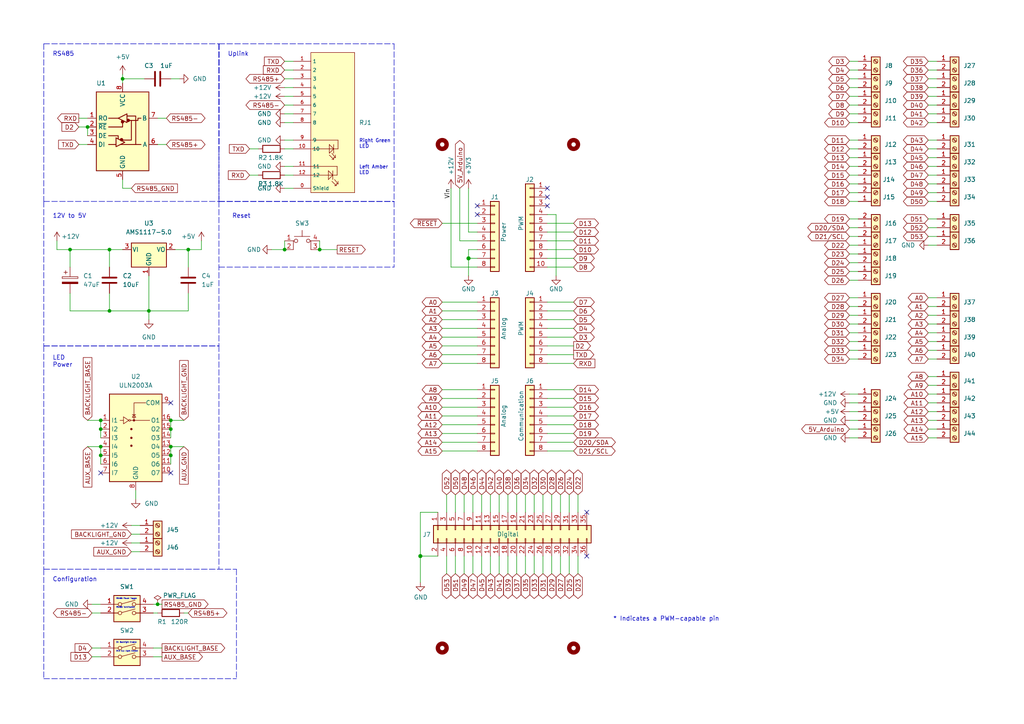
<source format=kicad_sch>
(kicad_sch (version 20211123) (generator eeschema)
  (paper "A4")
  (title_block (date "mar. 31 mars 2015"))
  (junction (at 31.75 72.39))
  (junction (at 29.21 132.08))
  (junction (at 121.92 161.29) (diameter 1.016))
  (junction (at 45.72 175.26))
  (junction (at 29.21 124.46))
  (junction (at 135.89 74.93) (diameter 1.016))
  (junction (at 49.53 129.54))
  (junction (at 25.4 36.83))
  (junction (at 49.53 132.08))
  (junction (at 49.53 124.46))
  (junction (at 29.21 121.92))
  (junction (at 29.21 129.54))
  (junction (at 82.55 72.39))
  (junction (at 49.53 121.92))
  (junction (at 54.61 72.39))
  (junction (at 43.18 90.17))
  (junction (at 92.71 72.39))
  (junction (at 35.56 22.86))
  (junction (at 31.75 90.17))
  (junction (at 20.32 72.39))
  (no_connect (at 49.53 116.84))
  (no_connect (at 158.75 59.69))
  (no_connect (at 170.18 148.59))
  (no_connect (at 170.18 161.29))
  (no_connect (at 158.75 54.61))
  (no_connect (at 138.43 62.23))
  (no_connect (at 49.53 137.16))
  (no_connect (at 158.75 57.15))
  (no_connect (at 29.21 137.16))
  (no_connect (at 138.43 59.69))
  (wire (pts (xy 158.75 105.41) (xy 166.37 105.41)))
  (polyline (pts (xy 114.3 12.7) (xy 114.3 58.42)))
  (wire (pts (xy 54.61 72.39) (xy 58.42 72.39)))
  (wire (pts (xy 29.21 132.08) (xy 29.21 134.62)))
  (wire (pts (xy 20.32 90.17) (xy 31.75 90.17)))
  (wire (pts (xy 82.55 40.64) (xy 85.09 40.64)))
  (wire (pts (xy 49.53 132.08) (xy 49.53 134.62)))
  (wire (pts (xy 269.24 127) (xy 271.78 127)))
  (wire (pts (xy 128.27 105.41) (xy 138.43 105.41)))
  (wire (pts (xy 246.38 68.58) (xy 248.92 68.58)))
  (wire (pts (xy 246.38 78.74) (xy 248.92 78.74)))
  (polyline (pts (xy 12.7 165.1) (xy 63.5 165.1)))
  (wire (pts (xy 158.75 72.39) (xy 166.37 72.39)))
  (wire (pts (xy 144.78 143.51) (xy 144.78 148.59)))
  (polyline (pts (xy 12.7 165.1) (xy 12.7 196.85)))
  (wire (pts (xy 49.53 121.92) (xy 49.53 124.46)))
  (wire (pts (xy 82.55 54.61) (xy 85.09 54.61)))
  (wire (pts (xy 269.24 45.72) (xy 271.78 45.72)))
  (wire (pts (xy 269.24 86.36) (xy 271.78 86.36)))
  (wire (pts (xy 72.39 43.18) (xy 74.93 43.18)))
  (wire (pts (xy 147.32 143.51) (xy 147.32 148.59)))
  (wire (pts (xy 246.38 27.94) (xy 248.92 27.94)))
  (wire (pts (xy 269.24 91.44) (xy 271.78 91.44)))
  (wire (pts (xy 269.24 104.14) (xy 271.78 104.14)))
  (wire (pts (xy 269.24 33.02) (xy 271.78 33.02)))
  (wire (pts (xy 45.72 41.91) (xy 48.26 41.91)))
  (wire (pts (xy 53.34 121.92) (xy 49.53 121.92)))
  (polyline (pts (xy 12.7 43.18) (xy 12.7 58.42)))
  (wire (pts (xy 269.24 40.64) (xy 271.78 40.64)))
  (wire (pts (xy 25.4 36.83) (xy 25.4 39.37)))
  (wire (pts (xy 246.38 88.9) (xy 248.92 88.9)))
  (wire (pts (xy 127 148.59) (xy 121.92 148.59)))
  (polyline (pts (xy 63.5 58.42) (xy 63.5 100.33)))
  (wire (pts (xy 35.56 52.07) (xy 35.56 54.61)))
  (wire (pts (xy 158.75 118.11) (xy 166.37 118.11)))
  (wire (pts (xy 135.89 72.39) (xy 135.89 74.93)))
  (wire (pts (xy 49.53 129.54) (xy 49.53 132.08)))
  (wire (pts (xy 78.74 72.39) (xy 82.55 72.39)))
  (wire (pts (xy 39.37 142.24) (xy 39.37 144.78)))
  (wire (pts (xy 149.86 161.29) (xy 149.86 166.37)))
  (wire (pts (xy 128.27 100.33) (xy 138.43 100.33)))
  (wire (pts (xy 269.24 43.18) (xy 271.78 43.18)))
  (wire (pts (xy 29.21 121.92) (xy 29.21 124.46)))
  (wire (pts (xy 154.94 143.51) (xy 154.94 148.59)))
  (polyline (pts (xy 63.5 12.7) (xy 63.5 43.18)))
  (wire (pts (xy 16.51 72.39) (xy 20.32 72.39)))
  (wire (pts (xy 132.08 143.51) (xy 132.08 148.59)))
  (wire (pts (xy 167.64 143.51) (xy 167.64 148.59)))
  (wire (pts (xy 246.38 33.02) (xy 248.92 33.02)))
  (wire (pts (xy 82.55 48.26) (xy 85.09 48.26)))
  (wire (pts (xy 82.55 43.18) (xy 85.09 43.18)))
  (wire (pts (xy 31.75 90.17) (xy 31.75 85.09)))
  (wire (pts (xy 135.89 74.93) (xy 135.89 80.01)))
  (polyline (pts (xy 12.7 100.33) (xy 63.5 100.33)))
  (wire (pts (xy 162.56 161.29) (xy 162.56 166.37)))
  (wire (pts (xy 82.55 22.86) (xy 85.09 22.86)))
  (wire (pts (xy 135.89 67.31) (xy 138.43 67.31)))
  (wire (pts (xy 142.24 143.51) (xy 142.24 148.59)))
  (wire (pts (xy 269.24 109.22) (xy 271.78 109.22)))
  (wire (pts (xy 44.45 190.5) (xy 46.99 190.5)))
  (wire (pts (xy 38.1 157.48) (xy 40.64 157.48)))
  (wire (pts (xy 246.38 104.14) (xy 248.92 104.14)))
  (wire (pts (xy 133.35 69.85) (xy 138.43 69.85)))
  (wire (pts (xy 152.4 161.29) (xy 152.4 166.37)))
  (wire (pts (xy 246.38 116.84) (xy 248.92 116.84)))
  (wire (pts (xy 133.35 54.61) (xy 133.35 69.85)))
  (wire (pts (xy 25.4 121.92) (xy 29.21 121.92)))
  (wire (pts (xy 128.27 130.81) (xy 138.43 130.81)))
  (wire (pts (xy 137.16 161.29) (xy 137.16 166.37)))
  (wire (pts (xy 160.02 161.29) (xy 160.02 166.37)))
  (wire (pts (xy 158.75 64.77) (xy 166.37 64.77)))
  (wire (pts (xy 135.89 54.61) (xy 135.89 67.31)))
  (wire (pts (xy 158.75 87.63) (xy 166.37 87.63)))
  (wire (pts (xy 35.56 22.86) (xy 35.56 24.13)))
  (wire (pts (xy 246.38 53.34) (xy 248.92 53.34)))
  (polyline (pts (xy 114.3 58.42) (xy 114.3 77.47)))
  (wire (pts (xy 138.43 87.63) (xy 128.27 87.63)))
  (wire (pts (xy 45.72 175.26) (xy 46.99 175.26)))
  (wire (pts (xy 246.38 48.26) (xy 248.92 48.26)))
  (wire (pts (xy 22.86 41.91) (xy 25.4 41.91)))
  (wire (pts (xy 158.75 67.31) (xy 166.37 67.31)))
  (wire (pts (xy 43.18 80.01) (xy 43.18 90.17)))
  (wire (pts (xy 246.38 20.32) (xy 248.92 20.32)))
  (wire (pts (xy 138.43 128.27) (xy 128.27 128.27)))
  (wire (pts (xy 53.34 129.54) (xy 49.53 129.54)))
  (wire (pts (xy 246.38 86.36) (xy 248.92 86.36)))
  (wire (pts (xy 158.75 90.17) (xy 166.37 90.17)))
  (wire (pts (xy 158.75 125.73) (xy 166.37 125.73)))
  (wire (pts (xy 49.53 124.46) (xy 49.53 127)))
  (polyline (pts (xy 63.5 58.42) (xy 114.3 58.42)))
  (wire (pts (xy 269.24 119.38) (xy 271.78 119.38)))
  (wire (pts (xy 50.8 72.39) (xy 54.61 72.39)))
  (wire (pts (xy 38.1 152.4) (xy 40.64 152.4)))
  (wire (pts (xy 82.55 50.8) (xy 85.09 50.8)))
  (wire (pts (xy 269.24 53.34) (xy 271.78 53.34)))
  (wire (pts (xy 92.71 72.39) (xy 97.79 72.39)))
  (wire (pts (xy 152.4 143.51) (xy 152.4 148.59)))
  (wire (pts (xy 269.24 35.56) (xy 271.78 35.56)))
  (wire (pts (xy 121.92 148.59) (xy 121.92 161.29)))
  (wire (pts (xy 38.1 160.02) (xy 40.64 160.02)))
  (wire (pts (xy 137.16 143.51) (xy 137.16 148.59)))
  (wire (pts (xy 127 161.29) (xy 121.92 161.29)))
  (wire (pts (xy 246.38 43.18) (xy 248.92 43.18)))
  (wire (pts (xy 269.24 22.86) (xy 271.78 22.86)))
  (wire (pts (xy 246.38 93.98) (xy 248.92 93.98)))
  (wire (pts (xy 82.55 69.85) (xy 82.55 72.39)))
  (wire (pts (xy 269.24 124.46) (xy 271.78 124.46)))
  (wire (pts (xy 246.38 101.6) (xy 248.92 101.6)))
  (wire (pts (xy 82.55 33.02) (xy 85.09 33.02)))
  (wire (pts (xy 246.38 55.88) (xy 248.92 55.88)))
  (wire (pts (xy 158.75 74.93) (xy 166.37 74.93)))
  (wire (pts (xy 160.02 143.51) (xy 160.02 148.59)))
  (wire (pts (xy 82.55 27.94) (xy 85.09 27.94)))
  (wire (pts (xy 246.38 96.52) (xy 248.92 96.52)))
  (wire (pts (xy 157.48 143.51) (xy 157.48 148.59)))
  (wire (pts (xy 139.7 161.29) (xy 139.7 166.37)))
  (polyline (pts (xy 63.5 12.7) (xy 114.3 12.7)))
  (wire (pts (xy 157.48 161.29) (xy 157.48 166.37)))
  (wire (pts (xy 134.62 161.29) (xy 134.62 166.37)))
  (wire (pts (xy 165.1 143.51) (xy 165.1 148.59)))
  (wire (pts (xy 44.45 175.26) (xy 45.72 175.26)))
  (wire (pts (xy 158.75 95.25) (xy 166.37 95.25)))
  (polyline (pts (xy 63.5 58.42) (xy 114.3 58.42)))
  (wire (pts (xy 144.78 161.29) (xy 144.78 166.37)))
  (polyline (pts (xy 68.58 165.1) (xy 68.58 196.85)))
  (wire (pts (xy 269.24 58.42) (xy 271.78 58.42)))
  (wire (pts (xy 269.24 71.12) (xy 271.78 71.12)))
  (wire (pts (xy 54.61 72.39) (xy 54.61 77.47)))
  (wire (pts (xy 139.7 143.51) (xy 139.7 148.59)))
  (wire (pts (xy 22.86 34.29) (xy 25.4 34.29)))
  (polyline (pts (xy 63.5 100.33) (xy 63.5 165.1)))
  (wire (pts (xy 246.38 119.38) (xy 248.92 119.38)))
  (wire (pts (xy 26.67 187.96) (xy 29.21 187.96)))
  (wire (pts (xy 269.24 30.48) (xy 271.78 30.48)))
  (polyline (pts (xy 12.7 58.42) (xy 12.7 100.33)))
  (wire (pts (xy 269.24 68.58) (xy 271.78 68.58)))
  (wire (pts (xy 158.75 115.57) (xy 166.37 115.57)))
  (wire (pts (xy 246.38 76.2) (xy 248.92 76.2)))
  (wire (pts (xy 269.24 17.78) (xy 271.78 17.78)))
  (wire (pts (xy 269.24 63.5) (xy 271.78 63.5)))
  (wire (pts (xy 246.38 58.42) (xy 248.92 58.42)))
  (wire (pts (xy 29.21 124.46) (xy 29.21 127)))
  (wire (pts (xy 246.38 17.78) (xy 248.92 17.78)))
  (wire (pts (xy 269.24 66.04) (xy 271.78 66.04)))
  (wire (pts (xy 161.29 62.23) (xy 161.29 80.01)))
  (wire (pts (xy 269.24 27.94) (xy 271.78 27.94)))
  (polyline (pts (xy 63.5 12.7) (xy 63.5 43.18)))
  (wire (pts (xy 158.75 130.81) (xy 166.37 130.81)))
  (wire (pts (xy 54.61 177.8) (xy 53.34 177.8)))
  (wire (pts (xy 158.75 123.19) (xy 166.37 123.19)))
  (wire (pts (xy 31.75 72.39) (xy 31.75 77.47)))
  (polyline (pts (xy 63.5 43.18) (xy 63.5 58.42)))
  (wire (pts (xy 128.27 120.65) (xy 138.43 120.65)))
  (wire (pts (xy 269.24 20.32) (xy 271.78 20.32)))
  (wire (pts (xy 269.24 116.84) (xy 271.78 116.84)))
  (wire (pts (xy 26.67 190.5) (xy 29.21 190.5)))
  (wire (pts (xy 45.72 34.29) (xy 48.26 34.29)))
  (wire (pts (xy 138.43 92.71) (xy 128.27 92.71)))
  (wire (pts (xy 20.32 72.39) (xy 20.32 77.47)))
  (wire (pts (xy 26.67 175.26) (xy 29.21 175.26)))
  (wire (pts (xy 128.27 64.77) (xy 138.43 64.77)))
  (wire (pts (xy 26.67 177.8) (xy 29.21 177.8)))
  (wire (pts (xy 158.75 113.03) (xy 166.37 113.03)))
  (wire (pts (xy 246.38 40.64) (xy 248.92 40.64)))
  (wire (pts (xy 138.43 74.93) (xy 135.89 74.93)))
  (polyline (pts (xy 63.5 12.7) (xy 63.5 58.42)))
  (wire (pts (xy 269.24 50.8) (xy 271.78 50.8)))
  (wire (pts (xy 269.24 88.9) (xy 271.78 88.9)))
  (wire (pts (xy 25.4 129.54) (xy 29.21 129.54)))
  (polyline (pts (xy 63.5 12.7) (xy 63.5 33.02)))
  (wire (pts (xy 158.75 100.33) (xy 166.37 100.33)))
  (wire (pts (xy 20.32 72.39) (xy 31.75 72.39)))
  (wire (pts (xy 43.18 90.17) (xy 43.18 92.71)))
  (wire (pts (xy 269.24 93.98) (xy 271.78 93.98)))
  (wire (pts (xy 35.56 21.59) (xy 35.56 22.86)))
  (wire (pts (xy 138.43 77.47) (xy 130.81 77.47)))
  (wire (pts (xy 35.56 54.61) (xy 38.1 54.61)))
  (wire (pts (xy 129.54 143.51) (xy 129.54 148.59)))
  (wire (pts (xy 269.24 101.6) (xy 271.78 101.6)))
  (wire (pts (xy 44.45 187.96) (xy 46.99 187.96)))
  (wire (pts (xy 128.27 90.17) (xy 138.43 90.17)))
  (wire (pts (xy 132.08 161.29) (xy 132.08 166.37)))
  (wire (pts (xy 269.24 96.52) (xy 271.78 96.52)))
  (wire (pts (xy 92.71 69.85) (xy 92.71 72.39)))
  (polyline (pts (xy 12.7 12.7) (xy 63.5 12.7)))
  (polyline (pts (xy 12.7 12.7) (xy 12.7 43.18)))
  (wire (pts (xy 49.53 22.86) (xy 52.07 22.86)))
  (wire (pts (xy 82.55 35.56) (xy 85.09 35.56)))
  (wire (pts (xy 246.38 63.5) (xy 248.92 63.5)))
  (wire (pts (xy 154.94 161.29) (xy 154.94 166.37)))
  (wire (pts (xy 246.38 124.46) (xy 248.92 124.46)))
  (wire (pts (xy 82.55 30.48) (xy 85.09 30.48)))
  (wire (pts (xy 22.86 36.83) (xy 25.4 36.83)))
  (wire (pts (xy 246.38 50.8) (xy 248.92 50.8)))
  (wire (pts (xy 138.43 118.11) (xy 128.27 118.11)))
  (polyline (pts (xy 12.7 100.33) (xy 12.7 165.1)))
  (wire (pts (xy 20.32 85.09) (xy 20.32 90.17)))
  (wire (pts (xy 246.38 35.56) (xy 248.92 35.56)))
  (wire (pts (xy 129.54 161.29) (xy 129.54 166.37)))
  (polyline (pts (xy 12.7 196.85) (xy 68.58 196.85)))
  (wire (pts (xy 158.75 120.65) (xy 166.37 120.65)))
  (wire (pts (xy 158.75 62.23) (xy 161.29 62.23)))
  (wire (pts (xy 147.32 161.29) (xy 147.32 166.37)))
  (wire (pts (xy 246.38 45.72) (xy 248.92 45.72)))
  (wire (pts (xy 246.38 25.4) (xy 248.92 25.4)))
  (wire (pts (xy 269.24 121.92) (xy 271.78 121.92)))
  (wire (pts (xy 138.43 72.39) (xy 135.89 72.39)))
  (wire (pts (xy 72.39 50.8) (xy 74.93 50.8)))
  (wire (pts (xy 128.27 125.73) (xy 138.43 125.73)))
  (wire (pts (xy 162.56 143.51) (xy 162.56 148.59)))
  (wire (pts (xy 158.75 69.85) (xy 166.37 69.85)))
  (wire (pts (xy 246.38 99.06) (xy 248.92 99.06)))
  (wire (pts (xy 149.86 143.51) (xy 149.86 148.59)))
  (wire (pts (xy 58.42 69.85) (xy 58.42 72.39)))
  (wire (pts (xy 246.38 66.04) (xy 248.92 66.04)))
  (polyline (pts (xy 12.7 165.1) (xy 68.58 165.1)))
  (wire (pts (xy 246.38 71.12) (xy 248.92 71.12)))
  (wire (pts (xy 128.27 115.57) (xy 138.43 115.57)))
  (wire (pts (xy 269.24 114.3) (xy 271.78 114.3)))
  (wire (pts (xy 246.38 73.66) (xy 248.92 73.66)))
  (wire (pts (xy 158.75 92.71) (xy 166.37 92.71)))
  (wire (pts (xy 246.38 30.48) (xy 248.92 30.48)))
  (wire (pts (xy 269.24 48.26) (xy 271.78 48.26)))
  (wire (pts (xy 82.55 25.4) (xy 85.09 25.4)))
  (wire (pts (xy 128.27 95.25) (xy 138.43 95.25)))
  (wire (pts (xy 134.62 143.51) (xy 134.62 148.59)))
  (wire (pts (xy 35.56 22.86) (xy 41.91 22.86)))
  (wire (pts (xy 246.38 121.92) (xy 248.92 121.92)))
  (wire (pts (xy 269.24 25.4) (xy 271.78 25.4)))
  (wire (pts (xy 246.38 114.3) (xy 248.92 114.3)))
  (wire (pts (xy 158.75 128.27) (xy 166.37 128.27)))
  (wire (pts (xy 29.21 129.54) (xy 29.21 132.08)))
  (wire (pts (xy 54.61 90.17) (xy 54.61 85.09)))
  (wire (pts (xy 246.38 81.28) (xy 248.92 81.28)))
  (wire (pts (xy 38.1 154.94) (xy 40.64 154.94)))
  (wire (pts (xy 246.38 91.44) (xy 248.92 91.44)))
  (wire (pts (xy 138.43 113.03) (xy 128.27 113.03)))
  (wire (pts (xy 82.55 17.78) (xy 85.09 17.78)))
  (wire (pts (xy 31.75 72.39) (xy 35.56 72.39)))
  (wire (pts (xy 44.45 177.8) (xy 45.72 177.8)))
  (wire (pts (xy 167.64 161.29) (xy 167.64 166.37)))
  (polyline (pts (xy 12.7 58.42) (xy 63.5 58.42)))
  (wire (pts (xy 165.1 161.29) (xy 165.1 166.37)))
  (wire (pts (xy 43.18 90.17) (xy 54.61 90.17)))
  (wire (pts (xy 82.55 20.32) (xy 85.09 20.32)))
  (wire (pts (xy 246.38 22.86) (xy 248.92 22.86)))
  (wire (pts (xy 158.75 97.79) (xy 166.37 97.79)))
  (wire (pts (xy 142.24 161.29) (xy 142.24 166.37)))
  (wire (pts (xy 31.75 90.17) (xy 43.18 90.17)))
  (wire (pts (xy 269.24 111.76) (xy 271.78 111.76)))
  (wire (pts (xy 269.24 99.06) (xy 271.78 99.06)))
  (wire (pts (xy 158.75 102.87) (xy 166.37 102.87)))
  (wire (pts (xy 138.43 123.19) (xy 128.27 123.19)))
  (polyline (pts (xy 12.7 100.33) (xy 63.5 100.33)))
  (wire (pts (xy 130.81 77.47) (xy 130.81 54.61)))
  (wire (pts (xy 121.92 161.29) (xy 121.92 168.91)))
  (wire (pts (xy 269.24 55.88) (xy 271.78 55.88)))
  (wire (pts (xy 138.43 102.87) (xy 128.27 102.87)))
  (wire (pts (xy 246.38 127) (xy 248.92 127)))
  (wire (pts (xy 16.51 69.85) (xy 16.51 72.39)))
  (wire (pts (xy 138.43 97.79) (xy 128.27 97.79)))
  (polyline (pts (xy 63.5 77.47) (xy 114.3 77.47)))
  (wire (pts (xy 158.75 77.47) (xy 166.37 77.47)))
  (text "Uplink" (at 66.04 16.51 0) (effects (font (size 1.27 1.27)) (justify left bottom)))
  (text "12V to 5V" (at 15.24 63.5 0) (effects (font (size 1.27 1.27)) (justify left bottom)))
  (text "D4 Backlight Enable" (at 33.655 186.69 0) (effects (font (size 0.381 0.381)) (justify left bottom)))
  (text "RS485 Power Toggle" (at 33.655 173.99 0) (effects (font (size 0.381 0.381)) (justify left bottom)))
  (text "Right Green\nLED" (at 104.14 43.18 0) (effects (font (size 1.016 1.016)) (justify left bottom)))
  (text "D13 Aux Light Enable" (at 33.655 189.23 0) (effects (font (size 0.381 0.381)) (justify left bottom)))
  (text "Reset" (at 67.31 63.5 0) (effects (font (size 1.27 1.27)) (justify left bottom)))
  (text "RS485" (at 15.24 16.51 0) (effects (font (size 1.27 1.27)) (justify left bottom)))
  (text "Configuration" (at 15.24 168.91 0) (effects (font (size 1.27 1.27)) (justify left bottom)))
  (text "RS485 Termination" (at 33.655 176.53 0) (effects (font (size 0.381 0.381)) (justify left bottom)))
  (text "* Indicates a PWM-capable pin" (at 177.8 180.34 0) (effects (font (size 1.27 1.27)) (justify left bottom)))
  (text "LED\nPower" (at 15.24 106.68 0) (effects (font (size 1.27 1.27)) (justify left bottom)))
  (text "Left Amber\nLED" (at 104.14 50.8 0) (effects (font (size 1.016 1.016)) (justify left bottom)))
  (label "Vin" (at 130.81 54.61 270))
  (global_label "D26" (shape bidirectional) (at 246.38 81.28 180) (property "Intersheet References" "${INTERSHEET_REFS}" (effects hide)))
  (global_label "A11" (shape bidirectional) (at 269.24 116.84 180) (property "Intersheet References" "${INTERSHEET_REFS}" (effects hide)))
  (global_label "D25" (shape bidirectional) (at 165.1 166.37 270) (property "Intersheet References" "${INTERSHEET_REFS}" (effects hide)))
  (global_label "D13" (shape bidirectional) (at 246.38 45.72 180) (property "Intersheet References" "${INTERSHEET_REFS}" (effects hide)))
  (global_label "D50" (shape bidirectional) (at 132.08 143.51 90) (property "Intersheet References" "${INTERSHEET_REFS}" (effects hide)))
  (global_label "A7" (shape bidirectional) (at 128.27 105.41 180) (property "Intersheet References" "${INTERSHEET_REFS}" (effects hide)))
  (global_label "D29" (shape bidirectional) (at 246.38 91.44 180) (property "Intersheet References" "${INTERSHEET_REFS}" (effects hide)))
  (global_label "D26" (shape bidirectional) (at 162.56 143.51 90) (property "Intersheet References" "${INTERSHEET_REFS}" (effects hide)))
  (global_label "D51" (shape bidirectional) (at 269.24 63.5 180) (property "Intersheet References" "${INTERSHEET_REFS}" (effects hide)))
  (global_label "D42" (shape bidirectional) (at 269.24 35.56 180) (property "Intersheet References" "${INTERSHEET_REFS}" (effects hide)))
  (global_label "A12" (shape bidirectional) (at 128.27 123.19 180) (property "Intersheet References" "${INTERSHEET_REFS}" (effects hide)))
  (global_label "D51" (shape bidirectional) (at 132.08 166.37 270) (property "Intersheet References" "${INTERSHEET_REFS}" (effects hide)))
  (global_label "A14" (shape bidirectional) (at 269.24 124.46 180) (property "Intersheet References" "${INTERSHEET_REFS}" (effects hide)))
  (global_label "A1" (shape bidirectional) (at 269.24 88.9 180) (property "Intersheet References" "${INTERSHEET_REFS}" (effects hide)))
  (global_label "D49" (shape bidirectional) (at 269.24 55.88 180) (property "Intersheet References" "${INTERSHEET_REFS}" (effects hide)))
  (global_label "A2" (shape bidirectional) (at 269.24 91.44 180) (property "Intersheet References" "${INTERSHEET_REFS}" (effects hide)))
  (global_label "RS485-" (shape bidirectional) (at 48.26 34.29 0) (property "Intersheet References" "${INTERSHEET_REFS}" (effects hide)))
  (global_label "D10" (shape bidirectional) (at 246.38 35.56 180) (property "Intersheet References" "${INTERSHEET_REFS}" (effects hide)))
  (global_label "D14" (shape bidirectional) (at 166.37 113.03 0) (property "Intersheet References" "${INTERSHEET_REFS}" (effects hide)))
  (global_label "D34" (shape bidirectional) (at 152.4 143.51 90) (property "Intersheet References" "${INTERSHEET_REFS}" (effects hide)))
  (global_label "D2" (shape input) (at 22.86 36.83 180) (property "Intersheet References" "${INTERSHEET_REFS}" (effects hide)))
  (global_label "D7" (shape bidirectional) (at 246.38 27.94 180) (property "Intersheet References" "${INTERSHEET_REFS}" (effects hide)))
  (global_label "D47" (shape bidirectional) (at 137.16 166.37 270) (property "Intersheet References" "${INTERSHEET_REFS}" (effects hide)))
  (global_label "D20{slash}SDA" (shape bidirectional) (at 166.37 128.27 0) (property "Intersheet References" "${INTERSHEET_REFS}" (effects hide)))
  (global_label "D41" (shape bidirectional) (at 269.24 33.02 180) (property "Intersheet References" "${INTERSHEET_REFS}" (effects hide)))
  (global_label "D35" (shape bidirectional) (at 152.4 166.37 270) (property "Intersheet References" "${INTERSHEET_REFS}" (effects hide)))
  (global_label "D34" (shape bidirectional) (at 246.38 104.14 180) (property "Intersheet References" "${INTERSHEET_REFS}" (effects hide)))
  (global_label "RS485_GND" (shape input) (at 38.1 54.61 0) (property "Intersheet References" "${INTERSHEET_REFS}" (effects hide)))
  (global_label "D44" (shape bidirectional) (at 269.24 43.18 180) (property "Intersheet References" "${INTERSHEET_REFS}" (effects hide)))
  (global_label "D40" (shape bidirectional) (at 144.78 143.51 90) (property "Intersheet References" "${INTERSHEET_REFS}" (effects hide)))
  (global_label "A15" (shape bidirectional) (at 269.24 127 180) (property "Intersheet References" "${INTERSHEET_REFS}" (effects hide)))
  (global_label "D14" (shape bidirectional) (at 246.38 48.26 180) (property "Intersheet References" "${INTERSHEET_REFS}" (effects hide)))
  (global_label "D45" (shape bidirectional) (at 139.7 166.37 270) (property "Intersheet References" "${INTERSHEET_REFS}" (effects hide)))
  (global_label "A11" (shape bidirectional) (at 128.27 120.65 180) (property "Intersheet References" "${INTERSHEET_REFS}" (effects hide)))
  (global_label "D5" (shape bidirectional) (at 246.38 22.86 180) (property "Intersheet References" "${INTERSHEET_REFS}" (effects hide)))
  (global_label "RXD" (shape input) (at 72.39 50.8 180) (property "Intersheet References" "${INTERSHEET_REFS}" (effects hide)))
  (global_label "A7" (shape bidirectional) (at 269.24 104.14 180) (property "Intersheet References" "${INTERSHEET_REFS}" (effects hide)))
  (global_label "D24" (shape bidirectional) (at 165.1 143.51 90) (property "Intersheet References" "${INTERSHEET_REFS}" (effects hide)))
  (global_label "D47" (shape bidirectional) (at 269.24 50.8 180) (property "Intersheet References" "${INTERSHEET_REFS}" (effects hide)))
  (global_label "D4" (shape bidirectional) (at 166.37 95.25 0) (property "Intersheet References" "${INTERSHEET_REFS}" (effects hide)))
  (global_label "BACKLIGHT_GND" (shape input) (at 53.34 121.92 90) (property "Intersheet References" "${INTERSHEET_REFS}" (effects hide)))
  (global_label "D33" (shape bidirectional) (at 154.94 166.37 270) (property "Intersheet References" "${INTERSHEET_REFS}" (effects hide)))
  (global_label "D32" (shape bidirectional) (at 246.38 99.06 180) (property "Intersheet References" "${INTERSHEET_REFS}" (effects hide)))
  (global_label "RS485_GND" (shape output) (at 46.99 175.26 0) (property "Intersheet References" "${INTERSHEET_REFS}" (effects hide)))
  (global_label "AUX_BASE" (shape input) (at 25.4 129.54 270) (property "Intersheet References" "${INTERSHEET_REFS}" (effects hide)))
  (global_label "D29" (shape bidirectional) (at 160.02 166.37 270) (property "Intersheet References" "${INTERSHEET_REFS}" (effects hide)))
  (global_label "D18" (shape bidirectional) (at 166.37 123.19 0) (property "Intersheet References" "${INTERSHEET_REFS}" (effects hide)))
  (global_label "AUX_BASE" (shape output) (at 46.99 190.5 0) (property "Intersheet References" "${INTERSHEET_REFS}" (effects hide)))
  (global_label "D33" (shape bidirectional) (at 246.38 101.6 180) (property "Intersheet References" "${INTERSHEET_REFS}" (effects hide)))
  (global_label "D52" (shape bidirectional) (at 129.54 143.51 90) (property "Intersheet References" "${INTERSHEET_REFS}" (effects hide)))
  (global_label "D53" (shape bidirectional) (at 129.54 166.37 270) (property "Intersheet References" "${INTERSHEET_REFS}" (effects hide)))
  (global_label "D15" (shape bidirectional) (at 246.38 50.8 180) (property "Intersheet References" "${INTERSHEET_REFS}" (effects hide)))
  (global_label "D37" (shape bidirectional) (at 149.86 166.37 270) (property "Intersheet References" "${INTERSHEET_REFS}" (effects hide)))
  (global_label "RS485+" (shape bidirectional) (at 48.26 41.91 0) (property "Intersheet References" "${INTERSHEET_REFS}" (effects hide)))
  (global_label "A5" (shape bidirectional) (at 128.27 100.33 180) (property "Intersheet References" "${INTERSHEET_REFS}" (effects hide)))
  (global_label "BACKLIGHT_GND" (shape input) (at 38.1 154.94 180) (property "Intersheet References" "${INTERSHEET_REFS}" (effects hide)))
  (global_label "D30" (shape bidirectional) (at 157.48 143.51 90) (property "Intersheet References" "${INTERSHEET_REFS}" (effects hide)))
  (global_label "D43" (shape bidirectional) (at 142.24 166.37 270) (property "Intersheet References" "${INTERSHEET_REFS}" (effects hide)))
  (global_label "D45" (shape bidirectional) (at 269.24 45.72 180) (property "Intersheet References" "${INTERSHEET_REFS}" (effects hide)))
  (global_label "D38" (shape bidirectional) (at 147.32 143.51 90) (property "Intersheet References" "${INTERSHEET_REFS}" (effects hide)))
  (global_label "D38" (shape bidirectional) (at 269.24 25.4 180) (property "Intersheet References" "${INTERSHEET_REFS}" (effects hide)))
  (global_label "A8" (shape bidirectional) (at 269.24 109.22 180) (property "Intersheet References" "${INTERSHEET_REFS}" (effects hide)))
  (global_label "D28" (shape bidirectional) (at 246.38 88.9 180) (property "Intersheet References" "${INTERSHEET_REFS}" (effects hide)))
  (global_label "D13" (shape input) (at 26.67 190.5 180) (property "Intersheet References" "${INTERSHEET_REFS}" (effects hide)))
  (global_label "D46" (shape bidirectional) (at 137.16 143.51 90) (property "Intersheet References" "${INTERSHEET_REFS}" (effects hide)))
  (global_label "D22" (shape bidirectional) (at 246.38 71.12 180) (property "Intersheet References" "${INTERSHEET_REFS}" (effects hide)))
  (global_label "D40" (shape bidirectional) (at 269.24 30.48 180) (property "Intersheet References" "${INTERSHEET_REFS}" (effects hide)))
  (global_label "D28" (shape bidirectional) (at 160.02 143.51 90) (property "Intersheet References" "${INTERSHEET_REFS}" (effects hide)))
  (global_label "5V_Arduino" (shape bidirectional) (at 246.38 124.46 180) (property "Intersheet References" "${INTERSHEET_REFS}" (effects hide)))
  (global_label "D6" (shape bidirectional) (at 246.38 25.4 180) (property "Intersheet References" "${INTERSHEET_REFS}" (effects hide)))
  (global_label "A9" (shape bidirectional) (at 128.27 115.57 180) (property "Intersheet References" "${INTERSHEET_REFS}" (effects hide)))
  (global_label "A1" (shape bidirectional) (at 128.27 90.17 180) (property "Intersheet References" "${INTERSHEET_REFS}" (effects hide)))
  (global_label "D8" (shape bidirectional) (at 246.38 30.48 180) (property "Intersheet References" "${INTERSHEET_REFS}" (effects hide)))
  (global_label "A10" (shape bidirectional) (at 269.24 114.3 180) (property "Intersheet References" "${INTERSHEET_REFS}" (effects hide)))
  (global_label "D53" (shape bidirectional) (at 269.24 68.58 180) (property "Intersheet References" "${INTERSHEET_REFS}" (effects hide)))
  (global_label "~{RESET}" (shape bidirectional) (at 128.27 64.77 180) (property "Intersheet References" "${INTERSHEET_REFS}" (effects hide)))
  (global_label "D5" (shape bidirectional) (at 166.37 92.71 0) (property "Intersheet References" "${INTERSHEET_REFS}" (effects hide)))
  (global_label "D37" (shape bidirectional) (at 269.24 22.86 180) (property "Intersheet References" "${INTERSHEET_REFS}" (effects hide)))
  (global_label "BACKLIGHT_BASE" (shape input) (at 25.4 121.92 90) (property "Intersheet References" "${INTERSHEET_REFS}" (effects hide)))
  (global_label "D49" (shape bidirectional) (at 134.62 166.37 270) (property "Intersheet References" "${INTERSHEET_REFS}" (effects hide)))
  (global_label "A3" (shape bidirectional) (at 269.24 93.98 180) (property "Intersheet References" "${INTERSHEET_REFS}" (effects hide)))
  (global_label "D27" (shape bidirectional) (at 246.38 86.36 180) (property "Intersheet References" "${INTERSHEET_REFS}" (effects hide)))
  (global_label "D31" (shape bidirectional) (at 246.38 96.52 180) (property "Intersheet References" "${INTERSHEET_REFS}" (effects hide)))
  (global_label "A13" (shape bidirectional) (at 269.24 121.92 180) (property "Intersheet References" "${INTERSHEET_REFS}" (effects hide)))
  (global_label "D9" (shape bidirectional) (at 166.37 74.93 0) (property "Intersheet References" "${INTERSHEET_REFS}" (effects hide)))
  (global_label "D11" (shape bidirectional) (at 246.38 40.64 180) (property "Intersheet References" "${INTERSHEET_REFS}" (effects hide)))
  (global_label "RS485+" (shape bidirectional) (at 82.55 22.86 180) (property "Intersheet References" "${INTERSHEET_REFS}" (effects hide)))
  (global_label "D7" (shape bidirectional) (at 166.37 87.63 0) (property "Intersheet References" "${INTERSHEET_REFS}" (effects hide)))
  (global_label "A15" (shape bidirectional) (at 128.27 130.81 180) (property "Intersheet References" "${INTERSHEET_REFS}" (effects hide)))
  (global_label "D42" (shape bidirectional) (at 142.24 143.51 90) (property "Intersheet References" "${INTERSHEET_REFS}" (effects hide)))
  (global_label "A3" (shape bidirectional) (at 128.27 95.25 180) (property "Intersheet References" "${INTERSHEET_REFS}" (effects hide)))
  (global_label "D2" (shape output) (at 166.37 100.33 0) (property "Intersheet References" "${INTERSHEET_REFS}" (effects hide)))
  (global_label "D35" (shape bidirectional) (at 269.24 17.78 180) (property "Intersheet References" "${INTERSHEET_REFS}" (effects hide)))
  (global_label "D50" (shape bidirectional) (at 269.24 58.42 180) (property "Intersheet References" "${INTERSHEET_REFS}" (effects hide)))
  (global_label "RS485+" (shape bidirectional) (at 54.61 177.8 0) (property "Intersheet References" "${INTERSHEET_REFS}" (effects hide)))
  (global_label "D30" (shape bidirectional) (at 246.38 93.98 180) (property "Intersheet References" "${INTERSHEET_REFS}" (effects hide)))
  (global_label "D36" (shape bidirectional) (at 269.24 20.32 180) (property "Intersheet References" "${INTERSHEET_REFS}" (effects hide)))
  (global_label "D20{slash}SDA" (shape bidirectional) (at 246.38 66.04 180) (property "Intersheet References" "${INTERSHEET_REFS}" (effects hide)))
  (global_label "D8" (shape bidirectional) (at 166.37 77.47 0) (property "Intersheet References" "${INTERSHEET_REFS}" (effects hide)))
  (global_label "TXD" (shape input) (at 72.39 43.18 180) (property "Intersheet References" "${INTERSHEET_REFS}" (effects hide)))
  (global_label "D17" (shape bidirectional) (at 166.37 120.65 0) (property "Intersheet References" "${INTERSHEET_REFS}" (effects hide)))
  (global_label "A10" (shape bidirectional) (at 128.27 118.11 180) (property "Intersheet References" "${INTERSHEET_REFS}" (effects hide)))
  (global_label "D31" (shape bidirectional) (at 157.48 166.37 270) (property "Intersheet References" "${INTERSHEET_REFS}" (effects hide)))
  (global_label "D23" (shape bidirectional) (at 246.38 73.66 180) (property "Intersheet References" "${INTERSHEET_REFS}" (effects hide)))
  (global_label "D21{slash}SCL" (shape bidirectional) (at 166.37 130.81 0) (property "Intersheet References" "${INTERSHEET_REFS}" (effects hide)))
  (global_label "D21{slash}SCL" (shape bidirectional) (at 246.38 68.58 180) (property "Intersheet References" "${INTERSHEET_REFS}" (effects hide)))
  (global_label "D22" (shape bidirectional) (at 167.64 143.51 90) (property "Intersheet References" "${INTERSHEET_REFS}" (effects hide)))
  (global_label "D39" (shape bidirectional) (at 269.24 27.94 180) (property "Intersheet References" "${INTERSHEET_REFS}" (effects hide)))
  (global_label "D36" (shape bidirectional) (at 149.86 143.51 90) (property "Intersheet References" "${INTERSHEET_REFS}" (effects hide)))
  (global_label "AUX_GND" (shape input) (at 53.34 129.54 270) (property "Intersheet References" "${INTERSHEET_REFS}" (effects hide)))
  (global_label "A14" (shape bidirectional) (at 128.27 128.27 180) (property "Intersheet References" "${INTERSHEET_REFS}" (effects hide)))
  (global_label "D52" (shape bidirectional) (at 269.24 66.04 180) (property "Intersheet References" "${INTERSHEET_REFS}" (effects hide)))
  (global_label "RXD" (shape output) (at 22.86 34.29 180) (property "Intersheet References" "${INTERSHEET_REFS}" (effects hide)))
  (global_label "D9" (shape bidirectional) (at 246.38 33.02 180) (property "Intersheet References" "${INTERSHEET_REFS}" (effects hide)))
  (global_label "D43" (shape bidirectional) (at 269.24 40.64 180) (property "Intersheet References" "${INTERSHEET_REFS}" (effects hide)))
  (global_label "D11" (shape bidirectional) (at 166.37 69.85 0) (property "Intersheet References" "${INTERSHEET_REFS}" (effects hide)))
  (global_label "A4" (shape bidirectional) (at 269.24 96.52 180) (property "Intersheet References" "${INTERSHEET_REFS}" (effects hide)))
  (global_label "D16" (shape bidirectional) (at 246.38 53.34 180) (property "Intersheet References" "${INTERSHEET_REFS}" (effects hide)))
  (global_label "A0" (shape bidirectional) (at 269.24 86.36 180) (property "Intersheet References" "${INTERSHEET_REFS}" (effects hide)))
  (global_label "A12" (shape bidirectional) (at 269.24 119.38 180) (property "Intersheet References" "${INTERSHEET_REFS}" (effects hide)))
  (global_label "5V_Arduino" (shape bidirectional) (at 133.35 54.61 90) (property "Intersheet References" "${INTERSHEET_REFS}" (effects hide)))
  (global_label "D17" (shape bidirectional) (at 246.38 55.88 180) (property "Intersheet References" "${INTERSHEET_REFS}" (effects hide)))
  (global_label "D48" (shape bidirectional) (at 134.62 143.51 90) (property "Intersheet References" "${INTERSHEET_REFS}" (effects hide)))
  (global_label "D12" (shape bidirectional) (at 166.37 67.31 0) (property "Intersheet References" "${INTERSHEET_REFS}" (effects hide)))
  (global_label "A6" (shape bidirectional) (at 269.24 101.6 180) (property "Intersheet References" "${INTERSHEET_REFS}" (effects hide)))
  (global_label "D48" (shape bidirectional) (at 269.24 53.34 180) (property "Intersheet References" "${INTERSHEET_REFS}" (effects hide)))
  (global_label "D15" (shape bidirectional) (at 166.37 115.57 0) (property "Intersheet References" "${INTERSHEET_REFS}" (effects hide)))
  (global_label "D6" (shape bidirectional) (at 166.37 90.17 0) (property "Intersheet References" "${INTERSHEET_REFS}" (effects hide)))
  (global_label "RXD" (shape input) (at 82.55 20.32 180) (property "Intersheet References" "${INTERSHEET_REFS}" (effects hide)))
  (global_label "D3" (shape bidirectional) (at 166.37 97.79 0) (property "Intersheet References" "${INTERSHEET_REFS}" (effects hide)))
  (global_label "A6" (shape bidirectional) (at 128.27 102.87 180) (property "Intersheet References" "${INTERSHEET_REFS}" (effects hide)))
  (global_label "RS485-" (shape bidirectional) (at 26.67 177.8 180) (property "Intersheet References" "${INTERSHEET_REFS}" (effects hide)))
  (global_label "BACKLIGHT_BASE" (shape output) (at 46.99 187.96 0) (property "Intersheet References" "${INTERSHEET_REFS}" (effects hide)))
  (global_label "D39" (shape bidirectional) (at 147.32 166.37 270) (property "Intersheet References" "${INTERSHEET_REFS}" (effects hide)))
  (global_label "A0" (shape bidirectional) (at 128.27 87.63 180) (property "Intersheet References" "${INTERSHEET_REFS}" (effects hide)))
  (global_label "D12" (shape bidirectional) (at 246.38 43.18 180) (property "Intersheet References" "${INTERSHEET_REFS}" (effects hide)))
  (global_label "TXD" (shape input) (at 22.86 41.91 180) (property "Intersheet References" "${INTERSHEET_REFS}" (effects hide)))
  (global_label "D4" (shape bidirectional) (at 246.38 20.32 180) (property "Intersheet References" "${INTERSHEET_REFS}" (effects hide)))
  (global_label "A2" (shape bidirectional) (at 128.27 92.71 180) (property "Intersheet References" "${INTERSHEET_REFS}" (effects hide)))
  (global_label "A4" (shape bidirectional) (at 128.27 97.79 180) (property "Intersheet References" "${INTERSHEET_REFS}" (effects hide)))
  (global_label "D19" (shape bidirectional) (at 246.38 63.5 180) (property "Intersheet References" "${INTERSHEET_REFS}" (effects hide)))
  (global_label "D19" (shape bidirectional) (at 166.37 125.73 0) (property "Intersheet References" "${INTERSHEET_REFS}" (effects hide)))
  (global_label "D16" (shape bidirectional) (at 166.37 118.11 0) (property "Intersheet References" "${INTERSHEET_REFS}" (effects hide)))
  (global_label "D44" (shape bidirectional) (at 139.7 143.51 90) (property "Intersheet References" "${INTERSHEET_REFS}" (effects hide)))
  (global_label "TXD" (shape input) (at 82.55 17.78 180) (property "Intersheet References" "${INTERSHEET_REFS}" (effects hide)))
  (global_label "D23" (shape bidirectional) (at 167.64 166.37 270) (property "Intersheet References" "${INTERSHEET_REFS}" (effects hide)))
  (global_label "A9" (shape bidirectional) (at 269.24 111.76 180) (property "Intersheet References" "${INTERSHEET_REFS}" (effects hide)))
  (global_label "RXD" (shape input) (at 166.37 105.41 0) (property "Intersheet References" "${INTERSHEET_REFS}" (effects hide)))
  (global_label "AUX_GND" (shape input) (at 38.1 160.02 180) (property "Intersheet References" "${INTERSHEET_REFS}" (effects hide)))
  (global_label "D10" (shape bidirectional) (at 166.37 72.39 0) (property "Intersheet References" "${INTERSHEET_REFS}" (effects hide)))
  (global_label "A5" (shape bidirectional) (at 269.24 99.06 180) (property "Intersheet References" "${INTERSHEET_REFS}" (effects hide)))
  (global_label "D24" (shape bidirectional) (at 246.38 76.2 180) (property "Intersheet References" "${INTERSHEET_REFS}" (effects hide)))
  (global_label "RS485-" (shape bidirectional) (at 82.55 30.48 180) (property "Intersheet References" "${INTERSHEET_REFS}" (effects hide)))
  (global_label "A8" (shape bidirectional) (at 128.27 113.03 180) (property "Intersheet References" "${INTERSHEET_REFS}" (effects hide)))
  (global_label "D41" (shape bidirectional) (at 144.78 166.37 270) (property "Intersheet References" "${INTERSHEET_REFS}" (effects hide)))
  (global_label "RESET" (shape output) (at 97.79 72.39 0) (property "Intersheet References" "${INTERSHEET_REFS}" (effects hide)))
  (global_label "D27" (shape bidirectional) (at 162.56 166.37 270) (property "Intersheet References" "${INTERSHEET_REFS}" (effects hide)))
  (global_label "D13" (shape bidirectional) (at 166.37 64.77 0) (property "Intersheet References" "${INTERSHEET_REFS}" (effects hide)))
  (global_label "TXD" (shape output) (at 166.37 102.87 0) (property "Intersheet References" "${INTERSHEET_REFS}" (effects hide)))
  (global_label "A13" (shape bidirectional) (at 128.27 125.73 180) (property "Intersheet References" "${INTERSHEET_REFS}" (effects hide)))
  (global_label "D18" (shape bidirectional) (at 246.38 58.42 180) (property "Intersheet References" "${INTERSHEET_REFS}" (effects hide)))
  (global_label "D4" (shape input) (at 26.67 187.96 180) (property "Intersheet References" "${INTERSHEET_REFS}" (effects hide)))
  (global_label "D32" (shape bidirectional) (at 154.94 143.51 90) (property "Intersheet References" "${INTERSHEET_REFS}" (effects hide)))
  (global_label "D3" (shape bidirectional) (at 246.38 17.78 180) (property "Intersheet References" "${INTERSHEET_REFS}" (effects hide)))
  (global_label "D25" (shape bidirectional) (at 246.38 78.74 180) (property "Intersheet References" "${INTERSHEET_REFS}" (effects hide)))
  (global_label "D46" (shape bidirectional) (at 269.24 48.26 180) (property "Intersheet References" "${INTERSHEET_REFS}" (effects hide)))
  (symbol (lib_id "Connector_Generic:Conn_01x08") (at 143.51 67.31 0) (unit 1)
    (property "Reference" "J1" (at 143.51 57.15 0))
    (property "Value" "Power" (at 146.05 67.31 90))
    (property "Footprint" "Connector_PinSocket_2.54mm:PinSocket_1x08_P2.54mm_Vertical" (effects hide))
  )
  (symbol (lib_id "power:+3V3") (at 135.89 54.61 0) (unit 1)
    (property "Reference" "#PWR03" (effects hide))
    (property "Value" "+3.3V" (at 135.89 50.8 90) (effects (justify left)))
  )
  (symbol (lib_id "power:GND") (at 135.89 80.01 0) (unit 1)
    (property "Reference" "#PWR04" (effects hide))
    (property "Value" "GND" (at 135.89 83.82 0))
  )
  (symbol (lib_id "Connector_Generic:Conn_01x10") (at 153.67 64.77 0) (mirror y) (unit 1)
    (property "Reference" "J2" (at 153.67 52.07 0))
    (property "Value" "PWM" (at 151.13 64.77 90))
    (property "Footprint" "Connector_PinSocket_2.54mm:PinSocket_1x10_P2.54mm_Vertical" (effects hide))
  )
  (symbol (lib_id "power:GND") (at 161.29 80.01 0) (unit 1)
    (property "Reference" "#PWR05" (effects hide))
    (property "Value" "GND" (at 161.29 83.82 0))
  )
  (symbol (lib_id "Connector_Generic:Conn_01x08") (at 143.51 95.25 0) (unit 1)
    (property "Reference" "J3" (at 143.51 85.09 0))
    (property "Value" "Analog" (at 146.05 95.25 90))
    (property "Footprint" "Connector_PinSocket_2.54mm:PinSocket_1x08_P2.54mm_Vertical" (effects hide))
  )
  (symbol (lib_id "Connector_Generic:Conn_01x08") (at 153.67 95.25 0) (mirror y) (unit 1)
    (property "Reference" "J4" (at 153.67 85.09 0))
    (property "Value" "PWM" (at 151.13 95.25 90))
    (property "Footprint" "Connector_PinSocket_2.54mm:PinSocket_1x08_P2.54mm_Vertical" (effects hide))
  )
  (symbol (lib_id "Connector_Generic:Conn_01x08") (at 143.51 120.65 0) (unit 1)
    (property "Reference" "J5" (at 143.51 110.49 0))
    (property "Value" "Analog" (at 146.05 120.65 90))
    (property "Footprint" "Connector_PinSocket_2.54mm:PinSocket_1x08_P2.54mm_Vertical" (effects hide))
  )
  (symbol (lib_id "Connector_Generic:Conn_01x08") (at 153.67 120.65 0) (mirror y) (unit 1)
    (property "Reference" "J6" (at 153.67 110.49 0))
    (property "Value" "Communication" (at 151.13 120.65 90))
    (property "Footprint" "Connector_PinSocket_2.54mm:PinSocket_1x08_P2.54mm_Vertical" (effects hide))
  )
  (symbol (lib_id "Connector_Generic:Conn_02x18_Odd_Even") (at 147.32 153.67 90) (mirror x) (unit 1)
    (property "Reference" "J7" (at 124.9679 155.0606 90) (effects (justify left)))
    (property "Value" "Digital" (at 147.32 154.94 90))
    (property "Footprint" "Connector_PinSocket_2.54mm:PinSocket_2x18_P2.54mm_Vertical" (effects hide))
  )
  (symbol (lib_id "power:GND") (at 121.92 168.91 0) (unit 1)
    (property "Reference" "#PWR07" (effects hide))
    (property "Value" "GND" (at 122.0343 173.2344 0))
  )
  (symbol (lib_id "Connector:Screw_Terminal_01x02") (at 254 124.46 0) (unit 1)
    (property "Reference" "J26" (at 256.54 125.7299 0) (effects (justify left)))
    (property "Value" "Screw_Terminal_01x02" (effects hide))
    (property "Footprint" "A10 KiCad Libraries:CONN-TH_WJ126V-5.0-2P" (effects hide))
    (property "LCSC" "C557685" (effects hide))
  )
  (symbol (lib_id "Connector:Screw_Terminal_01x02") (at 254 45.72 0) (unit 1)
    (property "Reference" "J13" (at 256.54 46.9899 0) (effects (justify left)))
    (property "Value" "Screw_Terminal_01x02" (effects hide))
    (property "Footprint" "A10 KiCad Libraries:CONN-TH_WJ126V-5.0-2P" (effects hide))
    (property "LCSC" "C557685" (effects hide))
  )
  (symbol (lib_id "Connector:Screw_Terminal_01x02") (at 276.86 55.88 0) (unit 1)
    (property "Reference" "J34" (at 279.4 57.1499 0) (effects (justify left)))
    (property "Value" "Screw_Terminal_01x02" (effects hide))
    (property "Footprint" "A10 KiCad Libraries:CONN-TH_WJ126V-5.0-2P" (effects hide))
    (property "LCSC" "C557685" (effects hide))
  )
  (symbol (lib_id "Connector:Screw_Terminal_01x02") (at 254 101.6 0) (unit 1)
    (property "Reference" "J23" (at 256.54 102.8699 0) (effects (justify left)))
    (property "Value" "Screw_Terminal_01x02" (effects hide))
    (property "Footprint" "A10 KiCad Libraries:CONN-TH_WJ126V-5.0-2P" (effects hide))
    (property "LCSC" "C557685" (effects hide))
  )
  (symbol (lib_id "Connector:Screw_Terminal_01x02") (at 45.72 152.4 0) (unit 1)
    (property "Reference" "J45" (at 48.26 153.6699 0) (effects (justify left)))
    (property "Value" "Screw_Terminal_01x02" (effects hide))
    (property "Footprint" "A10 KiCad Libraries:CONN-TH_WJ126V-5.0-2P" (effects hide))
    (property "LCSC" "C557685" (effects hide))
  )
  (symbol (lib_id "Connector:Screw_Terminal_01x02") (at 254 73.66 0) (unit 1)
    (property "Reference" "J18" (at 256.54 74.9299 0) (effects (justify left)))
    (property "Value" "Screw_Terminal_01x02" (effects hide))
    (property "Footprint" "A10 KiCad Libraries:CONN-TH_WJ126V-5.0-2P" (effects hide))
    (property "LCSC" "C557685" (effects hide))
  )
  (symbol (lib_id "Connector:Screw_Terminal_01x02") (at 276.86 124.46 0) (unit 1)
    (property "Reference" "J44" (at 279.4 125.7299 0) (effects (justify left)))
    (property "Value" "Screw_Terminal_01x02" (effects hide))
    (property "Footprint" "A10 KiCad Libraries:CONN-TH_WJ126V-5.0-2P" (effects hide))
    (property "LCSC" "C557685" (effects hide))
  )
  (symbol (lib_id "Connector:Screw_Terminal_01x02") (at 276.86 101.6 0) (unit 1)
    (property "Reference" "J40" (at 279.4 102.8699 0) (effects (justify left)))
    (property "Value" "Screw_Terminal_01x02" (effects hide))
    (property "Footprint" "A10 KiCad Libraries:CONN-TH_WJ126V-5.0-2P" (effects hide))
    (property "LCSC" "C557685" (effects hide))
  )
  (symbol (lib_id "Connector:Screw_Terminal_01x02") (at 276.86 68.58 0) (unit 1)
    (property "Reference" "J36" (at 279.4 69.8499 0) (effects (justify left)))
    (property "Value" "Screw_Terminal_01x02" (effects hide))
    (property "Footprint" "A10 KiCad Libraries:CONN-TH_WJ126V-5.0-2P" (effects hide))
    (property "LCSC" "C557685" (effects hide))
  )
  (symbol (lib_id "Device:R") (at 49.53 177.8 270) (unit 1)
    (property "Reference" "R1" (at 46.99 180.34 90))
    (property "Value" "120R" (at 52.07 180.34 90))
    (property "Footprint" "Resistor_SMD:R_0805_2012Metric" (effects hide))
    (property "LCSC" "C17437" (effects hide))
  )
  (symbol (lib_id "Mechanical:MountingHole") (at 166.37 187.96 0) (unit 1) (in_bom no)
    (property "Reference" "H4" (effects hide))
    (property "Value" "MountingHole" (effects hide))
    (property "Footprint" "MountingHole:MountingHole_3.2mm_M3" (effects hide))
  )
  (symbol (lib_id "Switch:SW_DIP_x02") (at 36.83 177.8 0) (unit 1)
    (property "Reference" "SW1" (at 36.83 170.18 0))
    (property "Value" "SW_DIP_x02" (effects hide))
    (property "Footprint" "A10 KiCad Libraries:SW-SMD_DSHP02TSGER" (effects hide))
    (property "LCSC" "C367376" (effects hide))
  )
  (symbol (lib_id "Connector:Screw_Terminal_01x02") (at 254 78.74 0) (unit 1)
    (property "Reference" "J19" (at 256.54 80.0099 0) (effects (justify left)))
    (property "Value" "Screw_Terminal_01x02" (effects hide))
    (property "Footprint" "A10 KiCad Libraries:CONN-TH_WJ126V-5.0-2P" (effects hide))
    (property "LCSC" "C557685" (effects hide))
  )
  (symbol (lib_id "power:GND") (at 39.37 144.78 0) (unit 1)
    (property "Reference" "#PWR016" (effects hide))
    (property "Value" "GND" (at 41.91 146.0499 0) (effects (justify left)))
  )
  (symbol (lib_id "power:+12V") (at 82.55 27.94 90) (unit 1)
    (property "Reference" "#PWR022" (effects hide))
    (property "Value" "+12V" (at 78.74 27.9399 90) (effects (justify left)))
  )
  (symbol (lib_id "Connector:Screw_Terminal_01x02") (at 276.86 22.86 0) (unit 1)
    (property "Reference" "J28" (at 279.4 24.1299 0) (effects (justify left)))
    (property "Value" "Screw_Terminal_01x02" (effects hide))
    (property "Footprint" "A10 KiCad Libraries:CONN-TH_WJ126V-5.0-2P" (effects hide))
    (property "LCSC" "C557685" (effects hide))
  )
  (symbol (lib_id "Connector:Screw_Terminal_01x02") (at 254 40.64 0) (unit 1)
    (property "Reference" "J12" (at 256.54 41.9099 0) (effects (justify left)))
    (property "Value" "Screw_Terminal_01x02" (effects hide))
    (property "Footprint" "A10 KiCad Libraries:CONN-TH_WJ126V-5.0-2P" (effects hide))
    (property "LCSC" "C557685" (effects hide))
  )
  (symbol (lib_id "Connector:Screw_Terminal_01x02") (at 276.86 17.78 0) (unit 1)
    (property "Reference" "J27" (at 279.4 19.0499 0) (effects (justify left)))
    (property "Value" "Screw_Terminal_01x02" (effects hide))
    (property "Footprint" "A10 KiCad Libraries:CONN-TH_WJ126V-5.0-2P" (effects hide))
    (property "LCSC" "C557685" (effects hide))
  )
  (symbol (lib_id "Connector:Screw_Terminal_01x02") (at 254 91.44 0) (unit 1)
    (property "Reference" "J21" (at 256.54 92.7099 0) (effects (justify left)))
    (property "Value" "Screw_Terminal_01x02" (effects hide))
    (property "Footprint" "A10 KiCad Libraries:CONN-TH_WJ126V-5.0-2P" (effects hide))
    (property "LCSC" "C557685" (effects hide))
  )
  (symbol (lib_id "Connector:Screw_Terminal_01x02") (at 254 27.94 0) (unit 1)
    (property "Reference" "J10" (at 256.54 29.2099 0) (effects (justify left)))
    (property "Value" "Screw_Terminal_01x02" (effects hide))
    (property "Footprint" "A10 KiCad Libraries:CONN-TH_WJ126V-5.0-2P" (effects hide))
    (property "LCSC" "C557685" (effects hide))
  )
  (symbol (lib_id "Connector:Screw_Terminal_01x02") (at 276.86 50.8 0) (unit 1)
    (property "Reference" "J33" (at 279.4 52.0699 0) (effects (justify left)))
    (property "Value" "Screw_Terminal_01x02" (effects hide))
    (property "Footprint" "A10 KiCad Libraries:CONN-TH_WJ126V-5.0-2P" (effects hide))
    (property "LCSC" "C557685" (effects hide))
  )
  (symbol (lib_id "power:+12V") (at 16.51 69.85 0) (unit 1)
    (property "Reference" "#PWR011" (effects hide))
    (property "Value" "+12V" (at 17.78 68.58 0) (effects (justify left)))
  )
  (symbol (lib_id "Device:C_Polarized") (at 20.32 81.28 0) (unit 1)
    (property "Reference" "C1" (at 24.13 80.01 0) (effects (justify left)))
    (property "Value" "47uF" (at 24.13 82.55 0) (effects (justify left)))
    (property "Footprint" "Capacitor_SMD:CP_Elec_5x5.4" (effects hide))
    (property "LCSC" "C96178" (effects hide))
  )
  (symbol (lib_id "Connector:Screw_Terminal_01x02") (at 254 22.86 0) (unit 1)
    (property "Reference" "J9" (at 256.54 24.1299 0) (effects (justify left)))
    (property "Value" "Screw_Terminal_01x02" (effects hide))
    (property "Footprint" "A10 KiCad Libraries:CONN-TH_WJ126V-5.0-2P" (effects hide))
    (property "LCSC" "C557685" (effects hide))
  )
  (symbol (lib_id "power:GND") (at 82.55 48.26 270) (unit 1)
    (property "Reference" "#PWR026" (effects hide))
    (property "Value" "GND" (at 78.74 48.2599 90) (effects (justify right)))
  )
  (symbol (lib_id "Device:C") (at 54.61 81.28 0) (unit 1)
    (property "Reference" "C4" (at 58.42 80.0099 0) (effects (justify left)))
    (property "Value" "1uF" (at 58.42 82.5499 0) (effects (justify left)))
    (property "Footprint" "A10 KiCad Libraries:C0402" (effects hide))
    (property "LCSC" "C52923" (effects hide))
  )
  (symbol (lib_id "Switch:SW_DIP_x02") (at 36.83 190.5 0) (unit 1)
    (property "Reference" "SW2" (at 36.83 182.88 0))
    (property "Value" "SW_DIP_x02" (effects hide))
    (property "Footprint" "A10 KiCad Libraries:SW-SMD_DSHP02TSGER" (effects hide))
    (property "LCSC" "C367376" (effects hide))
  )
  (symbol (lib_id "Device:R") (at 78.74 50.8 270) (unit 1)
    (property "Reference" "R3" (at 76.2 53.34 90))
    (property "Value" "1.8K" (at 80.01 53.34 90))
    (property "Footprint" "Resistor_SMD:R_0805_2012Metric" (effects hide))
    (property "LCSC" "C17398" (effects hide))
  )
  (symbol (lib_id "Mechanical:MountingHole") (at 128.27 187.96 0) (unit 1) (in_bom no)
    (property "Reference" "H2" (effects hide))
    (property "Value" "MountingHole" (effects hide))
    (property "Footprint" "MountingHole:MountingHole_3.2mm_M3" (effects hide))
  )
  (symbol (lib_id "power:+12V") (at 246.38 114.3 90) (unit 1)
    (property "Reference" "#PWR01" (effects hide))
    (property "Value" "+12V" (at 242.57 114.2999 90) (effects (justify left)))
  )
  (symbol (lib_id "power:+5V") (at 246.38 119.38 90) (unit 1)
    (property "Reference" "#PWR06" (effects hide))
    (property "Value" "+5V" (at 241.3 119.38 90))
  )
  (symbol (lib_id "Connector:Screw_Terminal_01x02") (at 254 33.02 0) (unit 1)
    (property "Reference" "J11" (at 256.54 34.2899 0) (effects (justify left)))
    (property "Value" "Screw_Terminal_01x02" (effects hide))
    (property "Footprint" "A10 KiCad Libraries:CONN-TH_WJ126V-5.0-2P" (effects hide))
    (property "LCSC" "C557685" (effects hide))
  )
  (symbol (lib_id "power:GND") (at 82.55 35.56 270) (unit 1)
    (property "Reference" "#PWR024" (effects hide))
    (property "Value" "GND" (at 78.74 35.5599 90) (effects (justify right)))
  )
  (symbol (lib_id "power:+12V") (at 38.1 152.4 90) (unit 1)
    (property "Reference" "#PWR014" (effects hide))
    (property "Value" "+12V" (at 34.29 152.3999 90) (effects (justify left)))
  )
  (symbol (lib_id "power:GND") (at 52.07 22.86 90) (unit 1)
    (property "Reference" "#PWR018" (effects hide))
    (property "Value" "GND" (at 55.88 22.8599 90) (effects (justify right)))
  )
  (symbol (lib_id "Connector:Screw_Terminal_01x02") (at 276.86 96.52 0) (unit 1)
    (property "Reference" "J39" (at 279.4 97.7899 0) (effects (justify left)))
    (property "Value" "Screw_Terminal_01x02" (effects hide))
    (property "Footprint" "A10 KiCad Libraries:CONN-TH_WJ126V-5.0-2P" (effects hide))
    (property "LCSC" "C557685" (effects hide))
  )
  (symbol (lib_id "power:+5V") (at 58.42 69.85 0) (unit 1)
    (property "Reference" "#PWR019" (effects hide))
    (property "Value" "+5V" (at 54.61 68.58 0))
  )
  (symbol (lib_id "Switch:SW_MEC_5E") (at 87.63 72.39 0) (unit 1)
    (property "Reference" "SW3" (at 87.63 64.77 0))
    (property "Value" "SW_MEC_5E" (effects hide))
    (property "Footprint" "A10 KiCad Libraries:SW-SMD_4P-L5.1-W5.1-P3.70-LS6.5-TL-2" (effects hide))
    (property "Datasheet" "http://www.apem.com/int/index.php?controller=attachment&id_attachment=1371" (effects hide))
    (property "LCSC" "C318884" (effects hide))
  )
  (symbol (lib_id "Connector:Screw_Terminal_01x02") (at 276.86 33.02 0) (unit 1)
    (property "Reference" "J30" (at 279.4 34.2899 0) (effects (justify left)))
    (property "Value" "Screw_Terminal_01x02" (effects hide))
    (property "Footprint" "A10 KiCad Libraries:CONN-TH_WJ126V-5.0-2P" (effects hide))
    (property "LCSC" "C557685" (effects hide))
  )
  (symbol (lib_id "Connector:Screw_Terminal_01x02") (at 276.86 114.3 0) (unit 1)
    (property "Reference" "J42" (at 279.4 115.5699 0) (effects (justify left)))
    (property "Value" "Screw_Terminal_01x02" (effects hide))
    (property "Footprint" "A10 KiCad Libraries:CONN-TH_WJ126V-5.0-2P" (effects hide))
    (property "LCSC" "C557685" (effects hide))
  )
  (symbol (lib_id "power:+12V") (at 130.81 54.61 0) (unit 1)
    (property "Reference" "#PWR0101" (effects hide))
    (property "Value" "+12V" (at 130.81 50.8 90) (effects (justify left)))
  )
  (symbol (lib_id "Connector:Screw_Terminal_01x02") (at 276.86 86.36 0) (unit 1)
    (property "Reference" "J37" (at 279.4 87.6299 0) (effects (justify left)))
    (property "Value" "Screw_Terminal_01x02" (effects hide))
    (property "Footprint" "A10 KiCad Libraries:CONN-TH_WJ126V-5.0-2P" (effects hide))
    (property "LCSC" "C557685" (effects hide))
  )
  (symbol (lib_id "power:GND") (at 246.38 116.84 270) (unit 1)
    (property "Reference" "#PWR02" (effects hide))
    (property "Value" "GND" (at 238.76 116.84 90) (effects (justify left)))
  )
  (symbol (lib_id "power:PWR_FLAG") (at 45.72 175.26 0) (unit 1)
    (property "Reference" "#FLG01" (effects hide))
    (property "Value" "PWR_FLAG" (at 52.07 172.72 0))
  )
  (symbol (lib_id "Connector:Screw_Terminal_01x02") (at 45.72 157.48 0) (unit 1)
    (property "Reference" "J46" (at 48.26 158.7499 0) (effects (justify left)))
    (property "Value" "Screw_Terminal_01x02" (effects hide))
    (property "Footprint" "A10 KiCad Libraries:CONN-TH_WJ126V-5.0-2P" (effects hide))
    (property "LCSC" "C557685" (effects hide))
  )
  (symbol (lib_id "A10:RJ45-B-1*1") (at 96.52 35.56 0) (unit 1)
    (property "Reference" "RJ1" (at 104.14 35.5599 0) (effects (justify left)))
    (property "Value" "RJ45-B-1*1" (effects hide))
    (property "Footprint" "A10 KiCad Libraries:RJ45-TH_B-1-1" (effects hide))
    (property "LCSC" "C138392" (effects hide))
  )
  (symbol (lib_id "power:GND") (at 82.55 54.61 270) (unit 1)
    (property "Reference" "#PWR027" (effects hide))
    (property "Value" "GND" (at 78.74 54.6099 90) (effects (justify right)))
  )
  (symbol (lib_id "Connector:Screw_Terminal_01x02") (at 254 71.12 0) (mirror x) (unit 1)
    (property "Reference" "J17" (at 256.54 69.8501 0) (effects (justify left)))
    (property "Value" "Screw_Terminal_01x02" (effects hide))
    (property "Footprint" "A10 KiCad Libraries:CONN-TH_WJ126V-5.0-2P" (effects hide))
    (property "LCSC" "C557685" (effects hide))
  )
  (symbol (lib_id "Connector:Screw_Terminal_01x02") (at 276.86 91.44 0) (unit 1)
    (property "Reference" "J38" (at 279.4 92.7099 0) (effects (justify left)))
    (property "Value" "Screw_Terminal_01x02" (effects hide))
    (property "Footprint" "A10 KiCad Libraries:CONN-TH_WJ126V-5.0-2P" (effects hide))
    (property "LCSC" "C557685" (effects hide))
  )
  (symbol (lib_id "Regulator_Linear:AMS1117-5.0") (at 43.18 72.39 0) (unit 1)
    (property "Reference" "U3" (at 43.18 64.77 0))
    (property "Value" "AMS1117-5.0" (at 43.18 67.31 0))
    (property "Footprint" "Package_TO_SOT_SMD:SOT-223-3_TabPin2" (effects hide))
    (property "Datasheet" "http://www.advanced-monolithic.com/pdf/ds1117.pdf" (effects hide))
    (property "LCSC" "C6187" (effects hide))
  )
  (symbol (lib_id "Connector:Screw_Terminal_01x02") (at 254 58.42 0) (mirror x) (unit 1)
    (property "Reference" "J15" (at 257.81 57.15 0))
    (property "Value" "Screw_Terminal_01x02" (effects hide))
    (property "Footprint" "A10 KiCad Libraries:CONN-TH_WJ126V-5.0-2P" (effects hide))
    (property "LCSC" "C557685" (effects hide))
  )
  (symbol (lib_id "power:GND") (at 78.74 72.39 270) (unit 1)
    (property "Reference" "#PWR020" (effects hide))
    (property "Value" "GND" (at 73.66 72.39 90))
  )
  (symbol (lib_id "Device:C") (at 45.72 22.86 90) (unit 1)
    (property "Reference" "C3" (at 43.18 19.05 90))
    (property "Value" "1uF" (at 48.26 19.05 90))
    (property "Footprint" "A10 KiCad Libraries:C0402" (effects hide))
    (property "LCSC" "C52923" (effects hide))
  )
  (symbol (lib_id "Connector:Screw_Terminal_01x02") (at 276.86 27.94 0) (unit 1)
    (property "Reference" "J29" (at 279.4 29.2099 0) (effects (justify left)))
    (property "Value" "Screw_Terminal_01x02" (effects hide))
    (property "Footprint" "A10 KiCad Libraries:CONN-TH_WJ126V-5.0-2P" (effects hide))
    (property "LCSC" "C557685" (effects hide))
  )
  (symbol (lib_id "power:GND") (at 43.18 92.71 0) (unit 1)
    (property "Reference" "#PWR017" (effects hide))
    (property "Value" "GND" (at 43.18 97.79 0))
  )
  (symbol (lib_id "Connector:Screw_Terminal_01x02") (at 276.86 40.64 0) (unit 1)
    (property "Reference" "J31" (at 279.4 41.9099 0) (effects (justify left)))
    (property "Value" "Screw_Terminal_01x02" (effects hide))
    (property "Footprint" "A10 KiCad Libraries:CONN-TH_WJ126V-5.0-2P" (effects hide))
    (property "LCSC" "C557685" (effects hide))
  )
  (symbol (lib_id "Connector:Screw_Terminal_01x02") (at 276.86 119.38 0) (unit 1)
    (property "Reference" "J43" (at 279.4 120.6499 0) (effects (justify left)))
    (property "Value" "Screw_Terminal_01x02" (effects hide))
    (property "Footprint" "A10 KiCad Libraries:CONN-TH_WJ126V-5.0-2P" (effects hide))
    (property "LCSC" "C557685" (effects hide))
  )
  (symbol (lib_id "power:GND") (at 26.67 175.26 270) (unit 1)
    (property "Reference" "#PWR012" (effects hide))
    (property "Value" "GND" (at 22.86 175.2599 90) (effects (justify right)))
  )
  (symbol (lib_id "Mechanical:MountingHole") (at 166.37 41.91 0) (unit 1) (in_bom no)
    (property "Reference" "H3" (effects hide))
    (property "Value" "MountingHole" (effects hide))
    (property "Footprint" "MountingHole:MountingHole_3.2mm_M3" (effects hide))
  )
  (symbol (lib_id "Connector:Screw_Terminal_01x02") (at 276.86 45.72 0) (unit 1)
    (property "Reference" "J32" (at 279.4 46.9899 0) (effects (justify left)))
    (property "Value" "Screw_Terminal_01x02" (effects hide))
    (property "Footprint" "A10 KiCad Libraries:CONN-TH_WJ126V-5.0-2P" (effects hide))
    (property "LCSC" "C557685" (effects hide))
  )
  (symbol (lib_id "A10:MAX487") (at 35.56 38.1 0) (unit 1)
    (property "Reference" "U1" (at 27.94 24.13 0) (effects (justify left)))
    (property "Value" "MAX487ESA+T" (effects hide))
    (property "Footprint" "A10 KiCad Libraries:SOIC-8_L5.0-W4.0-P1.27-LS6.0-BL" (effects hide))
    (property "Datasheet" "https://datasheets.maximintegrated.com/en/ds/MAX1487E-MAX491E.pdf" (effects hide))
    (property "LCSC" "C9953" (effects hide))
  )
  (symbol (lib_id "power:+12V") (at 38.1 157.48 90) (unit 1)
    (property "Reference" "#PWR015" (effects hide))
    (property "Value" "+12V" (at 34.29 157.4799 90) (effects (justify left)))
  )
  (symbol (lib_id "Device:C") (at 31.75 81.28 0) (unit 1)
    (property "Reference" "C2" (at 35.56 80.0099 0) (effects (justify left)))
    (property "Value" "10uF" (at 35.56 82.5499 0) (effects (justify left)))
    (property "Footprint" "A10 KiCad Libraries:C0402" (effects hide))
    (property "LCSC" "C15525" (effects hide))
  )
  (symbol (lib_id "power:GND") (at 246.38 121.92 270) (unit 1)
    (property "Reference" "#PWR08" (effects hide))
    (property "Value" "GND" (at 238.76 121.92 90) (effects (justify left)))
  )
  (symbol (lib_id "power:GND") (at 82.55 33.02 270) (unit 1)
    (property "Reference" "#PWR023" (effects hide))
    (property "Value" "GND" (at 78.74 33.0199 90) (effects (justify right)))
  )
  (symbol (lib_id "Transistor_Array:ULN2003A") (at 39.37 127 0) (unit 1)
    (property "Reference" "U2" (at 39.37 109.22 0))
    (property "Value" "ULN2003A" (at 39.37 111.76 0))
    (property "Footprint" "A10 KiCad Libraries:SOP-16_L10.0-W3.9-P1.27-LS6.0-BL" (effects hide))
    (property "Datasheet" "http://www.ti.com/lit/ds/symlink/uln2003a.pdf" (effects hide))
    (property "LCSC" "C7512" (effects hide))
  )
  (symbol (lib_id "power:GND") (at 82.55 40.64 270) (unit 1)
    (property "Reference" "#PWR025" (effects hide))
    (property "Value" "GND" (at 78.74 40.6399 90) (effects (justify right)))
  )
  (symbol (lib_id "power:GND") (at 246.38 127 270) (unit 1)
    (property "Reference" "#PWR09" (effects hide))
    (property "Value" "GND" (at 238.76 127 90) (effects (justify left)))
  )
  (symbol (lib_id "power:+12V") (at 82.55 25.4 90) (unit 1)
    (property "Reference" "#PWR021" (effects hide))
    (property "Value" "+12V" (at 78.74 25.3999 90) (effects (justify left)))
  )
  (symbol (lib_id "Connector:Screw_Terminal_01x02") (at 276.86 109.22 0) (unit 1)
    (property "Reference" "J41" (at 279.4 110.4899 0) (effects (justify left)))
    (property "Value" "Screw_Terminal_01x02" (effects hide))
    (property "Footprint" "A10 KiCad Libraries:CONN-TH_WJ126V-5.0-2P" (effects hide))
    (property "LCSC" "C557685" (effects hide))
  )
  (symbol (lib_id "Connector:Screw_Terminal_01x02") (at 254 86.36 0) (unit 1)
    (property "Reference" "J20" (at 256.54 87.6299 0) (effects (justify left)))
    (property "Value" "Screw_Terminal_01x02" (effects hide))
    (property "Footprint" "A10 KiCad Libraries:CONN-TH_WJ126V-5.0-2P" (effects hide))
    (property "LCSC" "C557685" (effects hide))
  )
  (symbol (lib_id "Connector:Screw_Terminal_01x02") (at 254 96.52 0) (unit 1)
    (property "Reference" "J22" (at 256.54 97.7899 0) (effects (justify left)))
    (property "Value" "Screw_Terminal_01x02" (effects hide))
    (property "Footprint" "A10 KiCad Libraries:CONN-TH_WJ126V-5.0-2P" (effects hide))
    (property "LCSC" "C557685" (effects hide))
  )
  (symbol (lib_id "Connector:Screw_Terminal_01x02") (at 276.86 63.5 0) (unit 1)
    (property "Reference" "J35" (at 279.4 64.7699 0) (effects (justify left)))
    (property "Value" "Screw_Terminal_01x02" (effects hide))
    (property "Footprint" "A10 KiCad Libraries:CONN-TH_WJ126V-5.0-2P" (effects hide))
    (property "LCSC" "C557685" (effects hide))
  )
  (symbol (lib_id "power:GND") (at 269.24 71.12 270) (unit 1)
    (property "Reference" "#PWR010" (effects hide))
    (property "Value" "GND" (at 265.43 71.1199 90) (effects (justify right)))
  )
  (symbol (lib_id "Device:R") (at 78.74 43.18 270) (unit 1)
    (property "Reference" "R2" (at 76.2 45.72 90))
    (property "Value" "1.8K" (at 80.01 45.72 90))
    (property "Footprint" "Resistor_SMD:R_0805_2012Metric" (effects hide))
    (property "LCSC" "C17398" (effects hide))
  )
  (symbol (lib_id "power:+5V") (at 35.56 21.59 0) (unit 1)
    (property "Reference" "#PWR013" (effects hide))
    (property "Value" "+5V" (at 35.56 16.51 0))
  )
  (symbol (lib_id "Connector:Screw_Terminal_01x02") (at 254 17.78 0) (unit 1)
    (property "Reference" "J8" (at 256.54 19.0499 0) (effects (justify left)))
    (property "Value" "Screw_Terminal_01x02" (effects hide))
    (property "Footprint" "A10 KiCad Libraries:CONN-TH_WJ126V-5.0-2P" (effects hide))
    (property "LCSC" "C557685" (effects hide))
  )
  (symbol (lib_id "Connector:Screw_Terminal_01x02") (at 254 114.3 0) (unit 1)
    (property "Reference" "J24" (at 256.54 115.5699 0) (effects (justify left)))
    (property "Value" "Screw_Terminal_01x02" (effects hide))
    (property "Footprint" "A10 KiCad Libraries:CONN-TH_WJ126V-5.0-2P" (effects hide))
    (property "LCSC" "C557685" (effects hide))
  )
  (symbol (lib_id "Connector:Screw_Terminal_01x02") (at 254 119.38 0) (unit 1)
    (property "Reference" "J25" (at 256.54 120.6499 0) (effects (justify left)))
    (property "Value" "Screw_Terminal_01x02" (effects hide))
    (property "Footprint" "A10 KiCad Libraries:CONN-TH_WJ126V-5.0-2P" (effects hide))
    (property "LCSC" "C557685" (effects hide))
  )
  (symbol (lib_id "Connector:Screw_Terminal_01x02") (at 254 66.04 0) (mirror x) (unit 1)
    (property "Reference" "J16" (at 256.54 64.7701 0) (effects (justify left)))
    (property "Value" "Screw_Terminal_01x02" (effects hide))
    (property "Footprint" "A10 KiCad Libraries:CONN-TH_WJ126V-5.0-2P" (effects hide))
    (property "LCSC" "C557685" (effects hide))
  )
  (symbol (lib_id "Mechanical:MountingHole") (at 128.27 41.91 0) (unit 1) (in_bom no)
    (property "Reference" "H1" (effects hide))
    (property "Value" "MountingHole" (effects hide))
    (property "Footprint" "MountingHole:MountingHole_3.2mm_M3" (effects hide))
  )
  (symbol (lib_id "Connector:Screw_Terminal_01x02") (at 254 53.34 0) (mirror x) (unit 1)
    (property "Reference" "J14" (at 257.81 52.07 0))
    (property "Value" "Screw_Terminal_01x02" (effects hide))
    (property "Footprint" "A10 KiCad Libraries:CONN-TH_WJ126V-5.0-2P" (effects hide))
    (property "LCSC" "C557685" (effects hide))
  )
)
</source>
